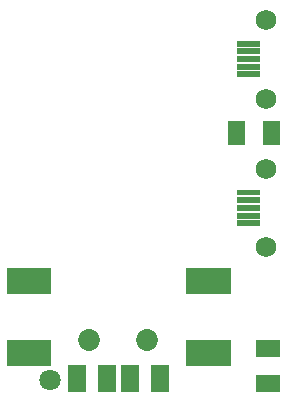
<source format=gbr>
G04 start of page 6 for group -4063 idx -4063 *
G04 Title: (unknown), componentmask *
G04 Creator: pcb 4.2.0 *
G04 CreationDate: Fri Feb 14 14:13:11 2020 UTC *
G04 For: blinken *
G04 Format: Gerber/RS-274X *
G04 PCB-Dimensions (mm): 65.00 56.00 *
G04 PCB-Coordinate-Origin: lower left *
%MOMM*%
%FSLAX43Y43*%
%LNTOPMASK*%
%ADD39C,0.002*%
%ADD38C,1.800*%
%ADD37C,1.852*%
%ADD36C,1.752*%
G54D36*X22050Y47650D03*
Y54300D03*
Y35050D03*
Y41700D03*
G54D37*X7100Y27200D03*
X12000D03*
G54D38*X3800Y23800D03*
G54D39*G36*
X19648Y37352D02*Y36848D01*
X21552D01*
Y37352D01*
X19648D01*
G37*
G36*
X11327Y25077D02*X9823D01*
Y22823D01*
X11327D01*
Y25077D01*
G37*
G36*
X13827D02*X12323D01*
Y22823D01*
X13827D01*
Y25077D01*
G37*
G36*
X15323Y33327D02*Y31073D01*
X19077D01*
Y33327D01*
X15323D01*
G37*
G36*
Y27227D02*Y24973D01*
X19077D01*
Y27227D01*
X15323D01*
G37*
G36*
X9327Y25077D02*X7823D01*
Y22823D01*
X9327D01*
Y25077D01*
G37*
G36*
X6827D02*X5323D01*
Y22823D01*
X6827D01*
Y25077D01*
G37*
G36*
X123Y27227D02*Y24973D01*
X3877D01*
Y27227D01*
X123D01*
G37*
G36*
Y33327D02*Y31073D01*
X3877D01*
Y33327D01*
X123D01*
G37*
G36*
X21224Y27226D02*Y25774D01*
X23276D01*
Y27226D01*
X21224D01*
G37*
G36*
Y24226D02*Y22774D01*
X23276D01*
Y24226D01*
X21224D01*
G37*
G36*
X19648Y49952D02*Y49448D01*
X21552D01*
Y49952D01*
X19648D01*
G37*
G36*
Y52552D02*Y52048D01*
X21552D01*
Y52552D01*
X19648D01*
G37*
G36*
Y50602D02*Y50098D01*
X21552D01*
Y50602D01*
X19648D01*
G37*
G36*
Y51252D02*Y50748D01*
X21552D01*
Y51252D01*
X19648D01*
G37*
G36*
Y51902D02*Y51398D01*
X21552D01*
Y51902D01*
X19648D01*
G37*
G36*
X20276Y45776D02*X18824D01*
Y43724D01*
X20276D01*
Y45776D01*
G37*
G36*
X23276D02*X21824D01*
Y43724D01*
X23276D01*
Y45776D01*
G37*
G36*
X19648Y39952D02*Y39448D01*
X21552D01*
Y39952D01*
X19648D01*
G37*
G36*
Y39302D02*Y38798D01*
X21552D01*
Y39302D01*
X19648D01*
G37*
G36*
Y38002D02*Y37498D01*
X21552D01*
Y38002D01*
X19648D01*
G37*
G36*
Y38652D02*Y38148D01*
X21552D01*
Y38652D01*
X19648D01*
G37*
M02*

</source>
